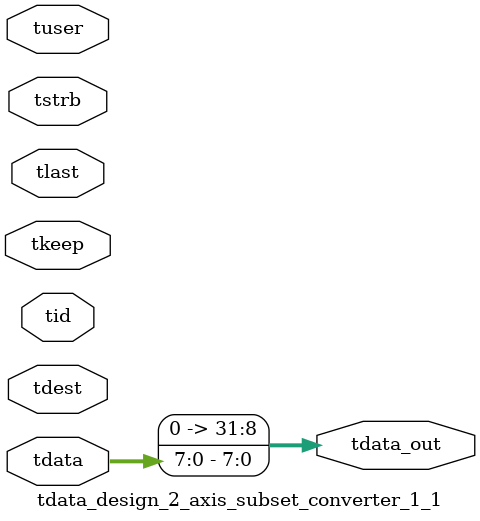
<source format=v>


`timescale 1ps/1ps

module tdata_design_2_axis_subset_converter_1_1 #
(
parameter C_S_AXIS_TDATA_WIDTH = 32,
parameter C_S_AXIS_TUSER_WIDTH = 0,
parameter C_S_AXIS_TID_WIDTH   = 0,
parameter C_S_AXIS_TDEST_WIDTH = 0,
parameter C_M_AXIS_TDATA_WIDTH = 32
)
(
input  [(C_S_AXIS_TDATA_WIDTH == 0 ? 1 : C_S_AXIS_TDATA_WIDTH)-1:0     ] tdata,
input  [(C_S_AXIS_TUSER_WIDTH == 0 ? 1 : C_S_AXIS_TUSER_WIDTH)-1:0     ] tuser,
input  [(C_S_AXIS_TID_WIDTH   == 0 ? 1 : C_S_AXIS_TID_WIDTH)-1:0       ] tid,
input  [(C_S_AXIS_TDEST_WIDTH == 0 ? 1 : C_S_AXIS_TDEST_WIDTH)-1:0     ] tdest,
input  [(C_S_AXIS_TDATA_WIDTH/8)-1:0 ] tkeep,
input  [(C_S_AXIS_TDATA_WIDTH/8)-1:0 ] tstrb,
input                                                                    tlast,
output [C_M_AXIS_TDATA_WIDTH-1:0] tdata_out
);

assign tdata_out = {tdata[7:0]};

endmodule


</source>
